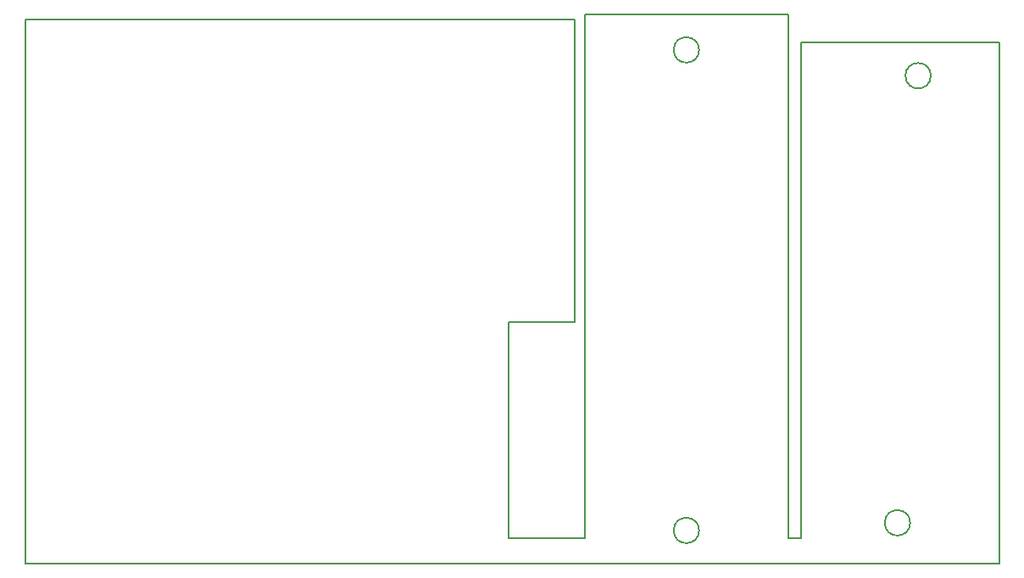
<source format=gbr>
G04 #@! TF.FileFunction,Profile,NP*
%FSLAX46Y46*%
G04 Gerber Fmt 4.6, Leading zero omitted, Abs format (unit mm)*
G04 Created by KiCad (PCBNEW 4.0.4-stable) date 2017 July 07, Friday 12:30:10*
%MOMM*%
%LPD*%
G01*
G04 APERTURE LIST*
%ADD10C,0.100000*%
%ADD11C,0.150000*%
G04 APERTURE END LIST*
D10*
D11*
X105410000Y-130810000D02*
X105410000Y-180340000D01*
X125222000Y-130810000D02*
X125222000Y-182880000D01*
X83820000Y-180340000D02*
X83820000Y-128016000D01*
X104140000Y-128016000D02*
X104140000Y-180340000D01*
X27940000Y-182880000D02*
X125222000Y-182880000D01*
X27940000Y-128524000D02*
X27940000Y-182880000D01*
X82550000Y-128524000D02*
X82804000Y-128524000D01*
X82804000Y-158750000D02*
X76200000Y-158750000D01*
X82804000Y-158750000D02*
X82804000Y-128524000D01*
X95250000Y-131572000D02*
G75*
G03X95250000Y-131572000I-1270000J0D01*
G01*
X105410000Y-130810000D02*
X125222000Y-130810000D01*
X76200000Y-180340000D02*
X76200000Y-158750000D01*
X82550000Y-180340000D02*
X76200000Y-180340000D01*
X104140000Y-180340000D02*
X105410000Y-180340000D01*
X83820000Y-128016000D02*
X104140000Y-128016000D01*
X82550000Y-180340000D02*
X83820000Y-180340000D01*
X27940000Y-128524000D02*
X82550000Y-128524000D01*
X118402100Y-134150100D02*
G75*
G03X118402100Y-134150100I-1270000J0D01*
G01*
X116332000Y-178816000D02*
G75*
G03X116332000Y-178816000I-1270000J0D01*
G01*
X95250000Y-179578000D02*
G75*
G03X95250000Y-179578000I-1270000J0D01*
G01*
M02*

</source>
